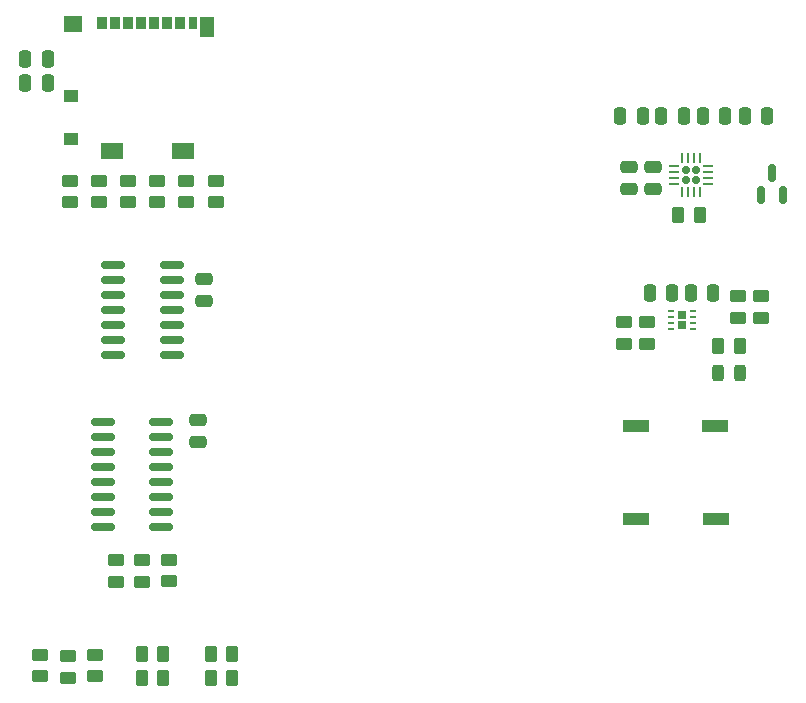
<source format=gbr>
%TF.GenerationSoftware,KiCad,Pcbnew,6.0.11-2627ca5db0~126~ubuntu22.04.1*%
%TF.CreationDate,2024-03-11T15:16:01-04:00*%
%TF.ProjectId,board,626f6172-642e-46b6-9963-61645f706362,rev?*%
%TF.SameCoordinates,Original*%
%TF.FileFunction,Paste,Top*%
%TF.FilePolarity,Positive*%
%FSLAX46Y46*%
G04 Gerber Fmt 4.6, Leading zero omitted, Abs format (unit mm)*
G04 Created by KiCad (PCBNEW 6.0.11-2627ca5db0~126~ubuntu22.04.1) date 2024-03-11 15:16:01*
%MOMM*%
%LPD*%
G01*
G04 APERTURE LIST*
G04 Aperture macros list*
%AMRoundRect*
0 Rectangle with rounded corners*
0 $1 Rounding radius*
0 $2 $3 $4 $5 $6 $7 $8 $9 X,Y pos of 4 corners*
0 Add a 4 corners polygon primitive as box body*
4,1,4,$2,$3,$4,$5,$6,$7,$8,$9,$2,$3,0*
0 Add four circle primitives for the rounded corners*
1,1,$1+$1,$2,$3*
1,1,$1+$1,$4,$5*
1,1,$1+$1,$6,$7*
1,1,$1+$1,$8,$9*
0 Add four rect primitives between the rounded corners*
20,1,$1+$1,$2,$3,$4,$5,0*
20,1,$1+$1,$4,$5,$6,$7,0*
20,1,$1+$1,$6,$7,$8,$9,0*
20,1,$1+$1,$8,$9,$2,$3,0*%
G04 Aperture macros list end*
%ADD10RoundRect,0.150000X-0.825000X-0.150000X0.825000X-0.150000X0.825000X0.150000X-0.825000X0.150000X0*%
%ADD11RoundRect,0.062500X-0.062500X-0.375000X0.062500X-0.375000X0.062500X0.375000X-0.062500X0.375000X0*%
%ADD12RoundRect,0.062500X-0.375000X-0.062500X0.375000X-0.062500X0.375000X0.062500X-0.375000X0.062500X0*%
%ADD13RoundRect,0.160000X-0.160000X-0.160000X0.160000X-0.160000X0.160000X0.160000X-0.160000X0.160000X0*%
%ADD14R,0.750000X0.650000*%
%ADD15R,0.500000X0.250000*%
%ADD16R,2.160000X1.120000*%
%ADD17RoundRect,0.250000X-0.475000X0.250000X-0.475000X-0.250000X0.475000X-0.250000X0.475000X0.250000X0*%
%ADD18RoundRect,0.243750X-0.243750X-0.456250X0.243750X-0.456250X0.243750X0.456250X-0.243750X0.456250X0*%
%ADD19RoundRect,0.250000X-0.250000X-0.475000X0.250000X-0.475000X0.250000X0.475000X-0.250000X0.475000X0*%
%ADD20RoundRect,0.250000X-0.262500X-0.450000X0.262500X-0.450000X0.262500X0.450000X-0.262500X0.450000X0*%
%ADD21RoundRect,0.250000X0.450000X-0.262500X0.450000X0.262500X-0.450000X0.262500X-0.450000X-0.262500X0*%
%ADD22RoundRect,0.250000X-0.450000X0.262500X-0.450000X-0.262500X0.450000X-0.262500X0.450000X0.262500X0*%
%ADD23RoundRect,0.150000X0.150000X-0.587500X0.150000X0.587500X-0.150000X0.587500X-0.150000X-0.587500X0*%
%ADD24RoundRect,0.250000X0.250000X0.475000X-0.250000X0.475000X-0.250000X-0.475000X0.250000X-0.475000X0*%
%ADD25R,0.850000X1.100000*%
%ADD26R,0.750000X1.100000*%
%ADD27R,1.200000X1.000000*%
%ADD28R,1.900000X1.350000*%
%ADD29R,1.170000X1.800000*%
%ADD30R,1.550000X1.350000*%
%ADD31RoundRect,0.250000X0.262500X0.450000X-0.262500X0.450000X-0.262500X-0.450000X0.262500X-0.450000X0*%
G04 APERTURE END LIST*
D10*
%TO.C,U6*%
X111325000Y-60640000D03*
X111325000Y-61910000D03*
X111325000Y-63180000D03*
X111325000Y-64450000D03*
X111325000Y-65720000D03*
X111325000Y-66990000D03*
X111325000Y-68260000D03*
X116275000Y-68260000D03*
X116275000Y-66990000D03*
X116275000Y-65720000D03*
X116275000Y-64450000D03*
X116275000Y-63180000D03*
X116275000Y-61910000D03*
X116275000Y-60640000D03*
%TD*%
%TO.C,U5*%
X115375000Y-73895000D03*
X115375000Y-75165000D03*
X115375000Y-76435000D03*
X115375000Y-77705000D03*
X115375000Y-78975000D03*
X115375000Y-80245000D03*
X115375000Y-81515000D03*
X115375000Y-82785000D03*
X110425000Y-82785000D03*
X110425000Y-81515000D03*
X110425000Y-80245000D03*
X110425000Y-78975000D03*
X110425000Y-77705000D03*
X110425000Y-76435000D03*
X110425000Y-75165000D03*
X110425000Y-73895000D03*
%TD*%
D11*
%TO.C,U2*%
X159500000Y-51562500D03*
X160000000Y-51562500D03*
X160500000Y-51562500D03*
X161000000Y-51562500D03*
D12*
X161687500Y-52250000D03*
X161687500Y-52750000D03*
X161687500Y-53250000D03*
X161687500Y-53750000D03*
D11*
X161000000Y-54437500D03*
X160500000Y-54437500D03*
X160000000Y-54437500D03*
X159500000Y-54437500D03*
D12*
X158812500Y-53750000D03*
X158812500Y-53250000D03*
X158812500Y-52750000D03*
X158812500Y-52250000D03*
D13*
X160650000Y-52600000D03*
X160650000Y-53400000D03*
X159850000Y-53400000D03*
X159850000Y-52600000D03*
%TD*%
D14*
%TO.C,U3*%
X159490000Y-65690000D03*
X159490000Y-64890000D03*
D15*
X158540000Y-64540000D03*
X158540000Y-65040000D03*
X158540000Y-65540000D03*
X158540000Y-66040000D03*
X160440000Y-66040000D03*
X160440000Y-65540000D03*
X160440000Y-65040000D03*
X160440000Y-64540000D03*
%TD*%
D16*
%TO.C,SW7*%
X162305000Y-74260000D03*
X155575000Y-74260000D03*
%TD*%
%TO.C,SW6*%
X162325000Y-82100000D03*
X155595000Y-82100000D03*
%TD*%
D17*
%TO.C,C11*%
X119050000Y-61800000D03*
X119050000Y-63700000D03*
%TD*%
D18*
%TO.C,D1*%
X162512500Y-69800000D03*
X164387500Y-69800000D03*
%TD*%
D19*
%TO.C,FB1*%
X161250000Y-48000000D03*
X163150000Y-48000000D03*
%TD*%
D20*
%TO.C,R12*%
X162537500Y-67525000D03*
X164362500Y-67525000D03*
%TD*%
D21*
%TO.C,R9*%
X156550000Y-67312500D03*
X156550000Y-65487500D03*
%TD*%
D20*
%TO.C,R22*%
X119587500Y-95600000D03*
X121412500Y-95600000D03*
%TD*%
%TO.C,R18*%
X113750000Y-93600000D03*
X115575000Y-93600000D03*
%TD*%
D22*
%TO.C,R20*%
X105100000Y-93612500D03*
X105100000Y-95437500D03*
%TD*%
D23*
%TO.C,Q1*%
X166150000Y-54697500D03*
X168050000Y-54697500D03*
X167100000Y-52822500D03*
%TD*%
D24*
%TO.C,C8*%
X162150000Y-63025000D03*
X160250000Y-63025000D03*
%TD*%
D21*
%TO.C,R7*%
X107700000Y-55312500D03*
X107700000Y-53487500D03*
%TD*%
%TO.C,R3*%
X117500000Y-55325000D03*
X117500000Y-53500000D03*
%TD*%
%TO.C,R6*%
X110150000Y-55312500D03*
X110150000Y-53487500D03*
%TD*%
D17*
%TO.C,C2*%
X157000000Y-52300000D03*
X157000000Y-54200000D03*
%TD*%
D21*
%TO.C,R4*%
X115000000Y-55312500D03*
X115000000Y-53487500D03*
%TD*%
D20*
%TO.C,R17*%
X113750000Y-95600000D03*
X115575000Y-95600000D03*
%TD*%
D21*
%TO.C,R5*%
X112550000Y-55325000D03*
X112550000Y-53500000D03*
%TD*%
D17*
%TO.C,C10*%
X118550000Y-73750000D03*
X118550000Y-75650000D03*
%TD*%
D22*
%TO.C,R15*%
X113800000Y-85637500D03*
X113800000Y-87462500D03*
%TD*%
%TO.C,R14*%
X111550000Y-85637500D03*
X111550000Y-87462500D03*
%TD*%
D19*
%TO.C,FB2*%
X154250000Y-48000000D03*
X156150000Y-48000000D03*
%TD*%
D25*
%TO.C,J2*%
X110395000Y-40137500D03*
X111495000Y-40137500D03*
X112595000Y-40137500D03*
X113695000Y-40137500D03*
X114795000Y-40137500D03*
X115895000Y-40137500D03*
X116995000Y-40137500D03*
D26*
X118045000Y-40137500D03*
D27*
X107760000Y-46287500D03*
X107760000Y-49987500D03*
D28*
X111260000Y-50962500D03*
D29*
X119255000Y-40487500D03*
D28*
X117230000Y-50962500D03*
D30*
X107935000Y-40262500D03*
%TD*%
D21*
%TO.C,R2*%
X120000000Y-55312500D03*
X120000000Y-53487500D03*
%TD*%
%TO.C,R8*%
X154550000Y-67312500D03*
X154550000Y-65487500D03*
%TD*%
D19*
%TO.C,C7*%
X156750000Y-63025000D03*
X158650000Y-63025000D03*
%TD*%
D22*
%TO.C,R10*%
X166200000Y-63275000D03*
X166200000Y-65100000D03*
%TD*%
D24*
%TO.C,C4*%
X159650000Y-48000000D03*
X157750000Y-48000000D03*
%TD*%
D20*
%TO.C,R23*%
X119587500Y-93600000D03*
X121412500Y-93600000D03*
%TD*%
D24*
%TO.C,C5*%
X105770000Y-43180000D03*
X103870000Y-43180000D03*
%TD*%
D22*
%TO.C,R19*%
X109750000Y-93625000D03*
X109750000Y-95450000D03*
%TD*%
D31*
%TO.C,R1*%
X161012500Y-56400000D03*
X159187500Y-56400000D03*
%TD*%
D24*
%TO.C,C3*%
X166700000Y-48000000D03*
X164800000Y-48000000D03*
%TD*%
D22*
%TO.C,R16*%
X116050000Y-85587500D03*
X116050000Y-87412500D03*
%TD*%
D17*
%TO.C,C1*%
X155000000Y-52300000D03*
X155000000Y-54200000D03*
%TD*%
D24*
%TO.C,C6*%
X105770000Y-45240000D03*
X103870000Y-45240000D03*
%TD*%
D22*
%TO.C,R21*%
X107500000Y-93737500D03*
X107500000Y-95562500D03*
%TD*%
D21*
%TO.C,R11*%
X164200000Y-65100000D03*
X164200000Y-63275000D03*
%TD*%
M02*

</source>
